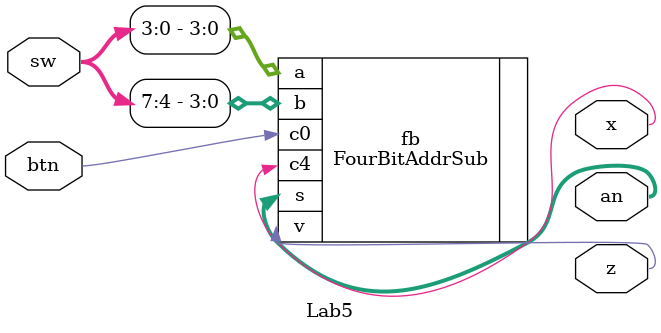
<source format=v>
`timescale 1ns / 1ps
module Lab5(

	input wire [7:0] sw,
	input wire btn,
	output wire [3:0] an,
	output wire z,
	output wire x
    );



	FourBitAddrSub fb(
	.a(sw[3:0]),
	.b(sw[7:4]),
	.c0(btn),
	.s(an[3:0]),
	.c4(x),
	.v(z)
	);
	
	


	
endmodule

</source>
